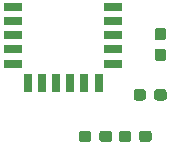
<source format=gbr>
G04 #@! TF.GenerationSoftware,KiCad,Pcbnew,(5.1.4)-1*
G04 #@! TF.CreationDate,2020-05-08T13:54:39-05:00*
G04 #@! TF.ProjectId,RN4871Board,524e3438-3731-4426-9f61-72642e6b6963,rev?*
G04 #@! TF.SameCoordinates,Original*
G04 #@! TF.FileFunction,Paste,Top*
G04 #@! TF.FilePolarity,Positive*
%FSLAX46Y46*%
G04 Gerber Fmt 4.6, Leading zero omitted, Abs format (unit mm)*
G04 Created by KiCad (PCBNEW (5.1.4)-1) date 2020-05-08 13:54:39*
%MOMM*%
%LPD*%
G04 APERTURE LIST*
%ADD10R,0.700000X1.500000*%
%ADD11R,1.500000X0.700000*%
%ADD12C,0.100000*%
%ADD13C,0.950000*%
G04 APERTURE END LIST*
D10*
X130694601Y-96742001D03*
X129494601Y-96742001D03*
X128294601Y-96742001D03*
X127094601Y-96742001D03*
X125894601Y-96742001D03*
X124694601Y-96742001D03*
D11*
X131944601Y-90292001D03*
X131944601Y-91492001D03*
X131944601Y-92692001D03*
X131944601Y-93892001D03*
X131944601Y-95092001D03*
X123444601Y-90292001D03*
X123444601Y-91492001D03*
X123444601Y-92692001D03*
X123444601Y-93892001D03*
X123444601Y-95092001D03*
D12*
G36*
X129853379Y-100770544D02*
G01*
X129876434Y-100773963D01*
X129899043Y-100779627D01*
X129920987Y-100787479D01*
X129942057Y-100797444D01*
X129962048Y-100809426D01*
X129980768Y-100823310D01*
X129998038Y-100838962D01*
X130013690Y-100856232D01*
X130027574Y-100874952D01*
X130039556Y-100894943D01*
X130049521Y-100916013D01*
X130057373Y-100937957D01*
X130063037Y-100960566D01*
X130066456Y-100983621D01*
X130067600Y-101006900D01*
X130067600Y-101481900D01*
X130066456Y-101505179D01*
X130063037Y-101528234D01*
X130057373Y-101550843D01*
X130049521Y-101572787D01*
X130039556Y-101593857D01*
X130027574Y-101613848D01*
X130013690Y-101632568D01*
X129998038Y-101649838D01*
X129980768Y-101665490D01*
X129962048Y-101679374D01*
X129942057Y-101691356D01*
X129920987Y-101701321D01*
X129899043Y-101709173D01*
X129876434Y-101714837D01*
X129853379Y-101718256D01*
X129830100Y-101719400D01*
X129255100Y-101719400D01*
X129231821Y-101718256D01*
X129208766Y-101714837D01*
X129186157Y-101709173D01*
X129164213Y-101701321D01*
X129143143Y-101691356D01*
X129123152Y-101679374D01*
X129104432Y-101665490D01*
X129087162Y-101649838D01*
X129071510Y-101632568D01*
X129057626Y-101613848D01*
X129045644Y-101593857D01*
X129035679Y-101572787D01*
X129027827Y-101550843D01*
X129022163Y-101528234D01*
X129018744Y-101505179D01*
X129017600Y-101481900D01*
X129017600Y-101006900D01*
X129018744Y-100983621D01*
X129022163Y-100960566D01*
X129027827Y-100937957D01*
X129035679Y-100916013D01*
X129045644Y-100894943D01*
X129057626Y-100874952D01*
X129071510Y-100856232D01*
X129087162Y-100838962D01*
X129104432Y-100823310D01*
X129123152Y-100809426D01*
X129143143Y-100797444D01*
X129164213Y-100787479D01*
X129186157Y-100779627D01*
X129208766Y-100773963D01*
X129231821Y-100770544D01*
X129255100Y-100769400D01*
X129830100Y-100769400D01*
X129853379Y-100770544D01*
X129853379Y-100770544D01*
G37*
D13*
X129542600Y-101244400D03*
D12*
G36*
X131603379Y-100770544D02*
G01*
X131626434Y-100773963D01*
X131649043Y-100779627D01*
X131670987Y-100787479D01*
X131692057Y-100797444D01*
X131712048Y-100809426D01*
X131730768Y-100823310D01*
X131748038Y-100838962D01*
X131763690Y-100856232D01*
X131777574Y-100874952D01*
X131789556Y-100894943D01*
X131799521Y-100916013D01*
X131807373Y-100937957D01*
X131813037Y-100960566D01*
X131816456Y-100983621D01*
X131817600Y-101006900D01*
X131817600Y-101481900D01*
X131816456Y-101505179D01*
X131813037Y-101528234D01*
X131807373Y-101550843D01*
X131799521Y-101572787D01*
X131789556Y-101593857D01*
X131777574Y-101613848D01*
X131763690Y-101632568D01*
X131748038Y-101649838D01*
X131730768Y-101665490D01*
X131712048Y-101679374D01*
X131692057Y-101691356D01*
X131670987Y-101701321D01*
X131649043Y-101709173D01*
X131626434Y-101714837D01*
X131603379Y-101718256D01*
X131580100Y-101719400D01*
X131005100Y-101719400D01*
X130981821Y-101718256D01*
X130958766Y-101714837D01*
X130936157Y-101709173D01*
X130914213Y-101701321D01*
X130893143Y-101691356D01*
X130873152Y-101679374D01*
X130854432Y-101665490D01*
X130837162Y-101649838D01*
X130821510Y-101632568D01*
X130807626Y-101613848D01*
X130795644Y-101593857D01*
X130785679Y-101572787D01*
X130777827Y-101550843D01*
X130772163Y-101528234D01*
X130768744Y-101505179D01*
X130767600Y-101481900D01*
X130767600Y-101006900D01*
X130768744Y-100983621D01*
X130772163Y-100960566D01*
X130777827Y-100937957D01*
X130785679Y-100916013D01*
X130795644Y-100894943D01*
X130807626Y-100874952D01*
X130821510Y-100856232D01*
X130837162Y-100838962D01*
X130854432Y-100823310D01*
X130873152Y-100809426D01*
X130893143Y-100797444D01*
X130914213Y-100787479D01*
X130936157Y-100779627D01*
X130958766Y-100773963D01*
X130981821Y-100770544D01*
X131005100Y-100769400D01*
X131580100Y-100769400D01*
X131603379Y-100770544D01*
X131603379Y-100770544D01*
G37*
D13*
X131292600Y-101244400D03*
D12*
G36*
X136176179Y-93823144D02*
G01*
X136199234Y-93826563D01*
X136221843Y-93832227D01*
X136243787Y-93840079D01*
X136264857Y-93850044D01*
X136284848Y-93862026D01*
X136303568Y-93875910D01*
X136320838Y-93891562D01*
X136336490Y-93908832D01*
X136350374Y-93927552D01*
X136362356Y-93947543D01*
X136372321Y-93968613D01*
X136380173Y-93990557D01*
X136385837Y-94013166D01*
X136389256Y-94036221D01*
X136390400Y-94059500D01*
X136390400Y-94634500D01*
X136389256Y-94657779D01*
X136385837Y-94680834D01*
X136380173Y-94703443D01*
X136372321Y-94725387D01*
X136362356Y-94746457D01*
X136350374Y-94766448D01*
X136336490Y-94785168D01*
X136320838Y-94802438D01*
X136303568Y-94818090D01*
X136284848Y-94831974D01*
X136264857Y-94843956D01*
X136243787Y-94853921D01*
X136221843Y-94861773D01*
X136199234Y-94867437D01*
X136176179Y-94870856D01*
X136152900Y-94872000D01*
X135677900Y-94872000D01*
X135654621Y-94870856D01*
X135631566Y-94867437D01*
X135608957Y-94861773D01*
X135587013Y-94853921D01*
X135565943Y-94843956D01*
X135545952Y-94831974D01*
X135527232Y-94818090D01*
X135509962Y-94802438D01*
X135494310Y-94785168D01*
X135480426Y-94766448D01*
X135468444Y-94746457D01*
X135458479Y-94725387D01*
X135450627Y-94703443D01*
X135444963Y-94680834D01*
X135441544Y-94657779D01*
X135440400Y-94634500D01*
X135440400Y-94059500D01*
X135441544Y-94036221D01*
X135444963Y-94013166D01*
X135450627Y-93990557D01*
X135458479Y-93968613D01*
X135468444Y-93947543D01*
X135480426Y-93927552D01*
X135494310Y-93908832D01*
X135509962Y-93891562D01*
X135527232Y-93875910D01*
X135545952Y-93862026D01*
X135565943Y-93850044D01*
X135587013Y-93840079D01*
X135608957Y-93832227D01*
X135631566Y-93826563D01*
X135654621Y-93823144D01*
X135677900Y-93822000D01*
X136152900Y-93822000D01*
X136176179Y-93823144D01*
X136176179Y-93823144D01*
G37*
D13*
X135915400Y-94347000D03*
D12*
G36*
X136176179Y-92073144D02*
G01*
X136199234Y-92076563D01*
X136221843Y-92082227D01*
X136243787Y-92090079D01*
X136264857Y-92100044D01*
X136284848Y-92112026D01*
X136303568Y-92125910D01*
X136320838Y-92141562D01*
X136336490Y-92158832D01*
X136350374Y-92177552D01*
X136362356Y-92197543D01*
X136372321Y-92218613D01*
X136380173Y-92240557D01*
X136385837Y-92263166D01*
X136389256Y-92286221D01*
X136390400Y-92309500D01*
X136390400Y-92884500D01*
X136389256Y-92907779D01*
X136385837Y-92930834D01*
X136380173Y-92953443D01*
X136372321Y-92975387D01*
X136362356Y-92996457D01*
X136350374Y-93016448D01*
X136336490Y-93035168D01*
X136320838Y-93052438D01*
X136303568Y-93068090D01*
X136284848Y-93081974D01*
X136264857Y-93093956D01*
X136243787Y-93103921D01*
X136221843Y-93111773D01*
X136199234Y-93117437D01*
X136176179Y-93120856D01*
X136152900Y-93122000D01*
X135677900Y-93122000D01*
X135654621Y-93120856D01*
X135631566Y-93117437D01*
X135608957Y-93111773D01*
X135587013Y-93103921D01*
X135565943Y-93093956D01*
X135545952Y-93081974D01*
X135527232Y-93068090D01*
X135509962Y-93052438D01*
X135494310Y-93035168D01*
X135480426Y-93016448D01*
X135468444Y-92996457D01*
X135458479Y-92975387D01*
X135450627Y-92953443D01*
X135444963Y-92930834D01*
X135441544Y-92907779D01*
X135440400Y-92884500D01*
X135440400Y-92309500D01*
X135441544Y-92286221D01*
X135444963Y-92263166D01*
X135450627Y-92240557D01*
X135458479Y-92218613D01*
X135468444Y-92197543D01*
X135480426Y-92177552D01*
X135494310Y-92158832D01*
X135509962Y-92141562D01*
X135527232Y-92125910D01*
X135545952Y-92112026D01*
X135565943Y-92100044D01*
X135587013Y-92090079D01*
X135608957Y-92082227D01*
X135631566Y-92076563D01*
X135654621Y-92073144D01*
X135677900Y-92072000D01*
X136152900Y-92072000D01*
X136176179Y-92073144D01*
X136176179Y-92073144D01*
G37*
D13*
X135915400Y-92597000D03*
D12*
G36*
X136237579Y-97265344D02*
G01*
X136260634Y-97268763D01*
X136283243Y-97274427D01*
X136305187Y-97282279D01*
X136326257Y-97292244D01*
X136346248Y-97304226D01*
X136364968Y-97318110D01*
X136382238Y-97333762D01*
X136397890Y-97351032D01*
X136411774Y-97369752D01*
X136423756Y-97389743D01*
X136433721Y-97410813D01*
X136441573Y-97432757D01*
X136447237Y-97455366D01*
X136450656Y-97478421D01*
X136451800Y-97501700D01*
X136451800Y-97976700D01*
X136450656Y-97999979D01*
X136447237Y-98023034D01*
X136441573Y-98045643D01*
X136433721Y-98067587D01*
X136423756Y-98088657D01*
X136411774Y-98108648D01*
X136397890Y-98127368D01*
X136382238Y-98144638D01*
X136364968Y-98160290D01*
X136346248Y-98174174D01*
X136326257Y-98186156D01*
X136305187Y-98196121D01*
X136283243Y-98203973D01*
X136260634Y-98209637D01*
X136237579Y-98213056D01*
X136214300Y-98214200D01*
X135639300Y-98214200D01*
X135616021Y-98213056D01*
X135592966Y-98209637D01*
X135570357Y-98203973D01*
X135548413Y-98196121D01*
X135527343Y-98186156D01*
X135507352Y-98174174D01*
X135488632Y-98160290D01*
X135471362Y-98144638D01*
X135455710Y-98127368D01*
X135441826Y-98108648D01*
X135429844Y-98088657D01*
X135419879Y-98067587D01*
X135412027Y-98045643D01*
X135406363Y-98023034D01*
X135402944Y-97999979D01*
X135401800Y-97976700D01*
X135401800Y-97501700D01*
X135402944Y-97478421D01*
X135406363Y-97455366D01*
X135412027Y-97432757D01*
X135419879Y-97410813D01*
X135429844Y-97389743D01*
X135441826Y-97369752D01*
X135455710Y-97351032D01*
X135471362Y-97333762D01*
X135488632Y-97318110D01*
X135507352Y-97304226D01*
X135527343Y-97292244D01*
X135548413Y-97282279D01*
X135570357Y-97274427D01*
X135592966Y-97268763D01*
X135616021Y-97265344D01*
X135639300Y-97264200D01*
X136214300Y-97264200D01*
X136237579Y-97265344D01*
X136237579Y-97265344D01*
G37*
D13*
X135926800Y-97739200D03*
D12*
G36*
X134487579Y-97265344D02*
G01*
X134510634Y-97268763D01*
X134533243Y-97274427D01*
X134555187Y-97282279D01*
X134576257Y-97292244D01*
X134596248Y-97304226D01*
X134614968Y-97318110D01*
X134632238Y-97333762D01*
X134647890Y-97351032D01*
X134661774Y-97369752D01*
X134673756Y-97389743D01*
X134683721Y-97410813D01*
X134691573Y-97432757D01*
X134697237Y-97455366D01*
X134700656Y-97478421D01*
X134701800Y-97501700D01*
X134701800Y-97976700D01*
X134700656Y-97999979D01*
X134697237Y-98023034D01*
X134691573Y-98045643D01*
X134683721Y-98067587D01*
X134673756Y-98088657D01*
X134661774Y-98108648D01*
X134647890Y-98127368D01*
X134632238Y-98144638D01*
X134614968Y-98160290D01*
X134596248Y-98174174D01*
X134576257Y-98186156D01*
X134555187Y-98196121D01*
X134533243Y-98203973D01*
X134510634Y-98209637D01*
X134487579Y-98213056D01*
X134464300Y-98214200D01*
X133889300Y-98214200D01*
X133866021Y-98213056D01*
X133842966Y-98209637D01*
X133820357Y-98203973D01*
X133798413Y-98196121D01*
X133777343Y-98186156D01*
X133757352Y-98174174D01*
X133738632Y-98160290D01*
X133721362Y-98144638D01*
X133705710Y-98127368D01*
X133691826Y-98108648D01*
X133679844Y-98088657D01*
X133669879Y-98067587D01*
X133662027Y-98045643D01*
X133656363Y-98023034D01*
X133652944Y-97999979D01*
X133651800Y-97976700D01*
X133651800Y-97501700D01*
X133652944Y-97478421D01*
X133656363Y-97455366D01*
X133662027Y-97432757D01*
X133669879Y-97410813D01*
X133679844Y-97389743D01*
X133691826Y-97369752D01*
X133705710Y-97351032D01*
X133721362Y-97333762D01*
X133738632Y-97318110D01*
X133757352Y-97304226D01*
X133777343Y-97292244D01*
X133798413Y-97282279D01*
X133820357Y-97274427D01*
X133842966Y-97268763D01*
X133866021Y-97265344D01*
X133889300Y-97264200D01*
X134464300Y-97264200D01*
X134487579Y-97265344D01*
X134487579Y-97265344D01*
G37*
D13*
X134176800Y-97739200D03*
D12*
G36*
X133217579Y-100770544D02*
G01*
X133240634Y-100773963D01*
X133263243Y-100779627D01*
X133285187Y-100787479D01*
X133306257Y-100797444D01*
X133326248Y-100809426D01*
X133344968Y-100823310D01*
X133362238Y-100838962D01*
X133377890Y-100856232D01*
X133391774Y-100874952D01*
X133403756Y-100894943D01*
X133413721Y-100916013D01*
X133421573Y-100937957D01*
X133427237Y-100960566D01*
X133430656Y-100983621D01*
X133431800Y-101006900D01*
X133431800Y-101481900D01*
X133430656Y-101505179D01*
X133427237Y-101528234D01*
X133421573Y-101550843D01*
X133413721Y-101572787D01*
X133403756Y-101593857D01*
X133391774Y-101613848D01*
X133377890Y-101632568D01*
X133362238Y-101649838D01*
X133344968Y-101665490D01*
X133326248Y-101679374D01*
X133306257Y-101691356D01*
X133285187Y-101701321D01*
X133263243Y-101709173D01*
X133240634Y-101714837D01*
X133217579Y-101718256D01*
X133194300Y-101719400D01*
X132619300Y-101719400D01*
X132596021Y-101718256D01*
X132572966Y-101714837D01*
X132550357Y-101709173D01*
X132528413Y-101701321D01*
X132507343Y-101691356D01*
X132487352Y-101679374D01*
X132468632Y-101665490D01*
X132451362Y-101649838D01*
X132435710Y-101632568D01*
X132421826Y-101613848D01*
X132409844Y-101593857D01*
X132399879Y-101572787D01*
X132392027Y-101550843D01*
X132386363Y-101528234D01*
X132382944Y-101505179D01*
X132381800Y-101481900D01*
X132381800Y-101006900D01*
X132382944Y-100983621D01*
X132386363Y-100960566D01*
X132392027Y-100937957D01*
X132399879Y-100916013D01*
X132409844Y-100894943D01*
X132421826Y-100874952D01*
X132435710Y-100856232D01*
X132451362Y-100838962D01*
X132468632Y-100823310D01*
X132487352Y-100809426D01*
X132507343Y-100797444D01*
X132528413Y-100787479D01*
X132550357Y-100779627D01*
X132572966Y-100773963D01*
X132596021Y-100770544D01*
X132619300Y-100769400D01*
X133194300Y-100769400D01*
X133217579Y-100770544D01*
X133217579Y-100770544D01*
G37*
D13*
X132906800Y-101244400D03*
D12*
G36*
X134967579Y-100770544D02*
G01*
X134990634Y-100773963D01*
X135013243Y-100779627D01*
X135035187Y-100787479D01*
X135056257Y-100797444D01*
X135076248Y-100809426D01*
X135094968Y-100823310D01*
X135112238Y-100838962D01*
X135127890Y-100856232D01*
X135141774Y-100874952D01*
X135153756Y-100894943D01*
X135163721Y-100916013D01*
X135171573Y-100937957D01*
X135177237Y-100960566D01*
X135180656Y-100983621D01*
X135181800Y-101006900D01*
X135181800Y-101481900D01*
X135180656Y-101505179D01*
X135177237Y-101528234D01*
X135171573Y-101550843D01*
X135163721Y-101572787D01*
X135153756Y-101593857D01*
X135141774Y-101613848D01*
X135127890Y-101632568D01*
X135112238Y-101649838D01*
X135094968Y-101665490D01*
X135076248Y-101679374D01*
X135056257Y-101691356D01*
X135035187Y-101701321D01*
X135013243Y-101709173D01*
X134990634Y-101714837D01*
X134967579Y-101718256D01*
X134944300Y-101719400D01*
X134369300Y-101719400D01*
X134346021Y-101718256D01*
X134322966Y-101714837D01*
X134300357Y-101709173D01*
X134278413Y-101701321D01*
X134257343Y-101691356D01*
X134237352Y-101679374D01*
X134218632Y-101665490D01*
X134201362Y-101649838D01*
X134185710Y-101632568D01*
X134171826Y-101613848D01*
X134159844Y-101593857D01*
X134149879Y-101572787D01*
X134142027Y-101550843D01*
X134136363Y-101528234D01*
X134132944Y-101505179D01*
X134131800Y-101481900D01*
X134131800Y-101006900D01*
X134132944Y-100983621D01*
X134136363Y-100960566D01*
X134142027Y-100937957D01*
X134149879Y-100916013D01*
X134159844Y-100894943D01*
X134171826Y-100874952D01*
X134185710Y-100856232D01*
X134201362Y-100838962D01*
X134218632Y-100823310D01*
X134237352Y-100809426D01*
X134257343Y-100797444D01*
X134278413Y-100787479D01*
X134300357Y-100779627D01*
X134322966Y-100773963D01*
X134346021Y-100770544D01*
X134369300Y-100769400D01*
X134944300Y-100769400D01*
X134967579Y-100770544D01*
X134967579Y-100770544D01*
G37*
D13*
X134656800Y-101244400D03*
M02*

</source>
